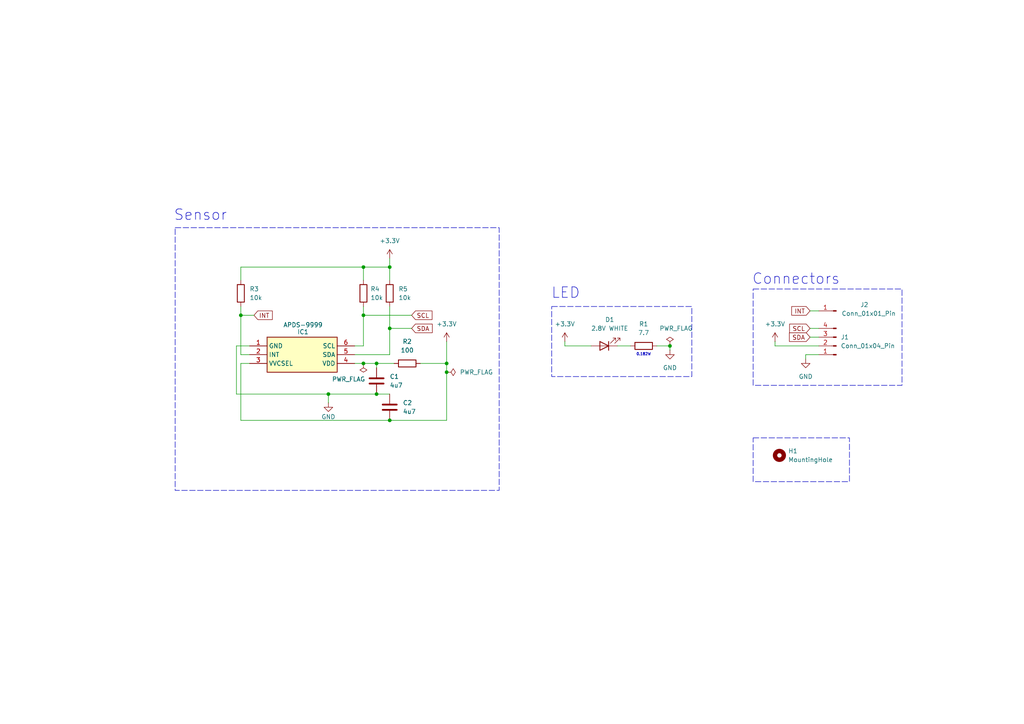
<source format=kicad_sch>
(kicad_sch (version 20231120) (generator "eeschema") (generator_version "8.0")
  (paper "A4")
  (title_block (title "RGBPS Breakout") (date "2024-07-05") (rev "1"))
  (lib_symbols
    (symbol "APDS-9999:APDS-9999"
      (property "Reference" "IC" (at 26.67 7.62 0))
      (property "Value" "APDS-9999" (at 26.67 5.08 0))
      (symbol "APDS-9999_1_1"
        (rectangle (start 5.08 2.54) (end 25.4 -7.62) (stroke (width 0.254)) (fill (type background)))
        (pin passive line (at 30.48 0 180) (length 5.08) (name "GND") (number "1"))
        (pin passive line (at 30.48 -2.54 180) (length 5.08) (name "INT") (number "2"))
        (pin passive line (at 30.48 -5.08 180) (length 5.08) (name "VVCSEL") (number "3"))
        (pin passive line (at 0 -5.08 0) (length 5.08) (name "VDD") (number "4"))
        (pin passive line (at 0 -2.54 0) (length 5.08) (name "SDA") (number "5"))
        (pin passive line (at 0 0 0) (length 5.08) (name "SCL") (number "6"))
      )
    )
    (symbol "Connector:Conn_01x01_Pin" (pin_names (offset 1.016) hide)
      (property "Reference" "J" (at 0 2.54 0))
      (property "Value" "Conn_01x01_Pin" (at 0 -2.54 0))
      (symbol "Conn_01x01_Pin_1_1"
        (polyline (pts (xy 1.27 0) (xy 0.8636 0)) (stroke (width 0.1524)))
        (rectangle (start 0.8636 0.127) (end 0 -0.127) (stroke (width 0.1524)) (fill (type outline)))
        (pin passive line (at 5.08 0 180) (length 3.81) (name "Pin_1") (number "1"))
      )
    )
    (symbol "Connector:Conn_01x04_Pin" (pin_names (offset 1.016) hide)
      (property "Reference" "J" (at 0 5.08 0))
      (property "Value" "Conn_01x04_Pin" (at 0 -7.62 0))
      (symbol "Conn_01x04_Pin_1_1"
        (polyline (pts (xy 1.27 -5.08) (xy 0.8636 -5.08)) (stroke (width 0.1524)))
        (polyline (pts (xy 1.27 -2.54) (xy 0.8636 -2.54)) (stroke (width 0.1524)))
        (polyline (pts (xy 1.27 0) (xy 0.8636 0)) (stroke (width 0.1524)))
        (polyline (pts (xy 1.27 2.54) (xy 0.8636 2.54)) (stroke (width 0.1524)))
        (rectangle (start 0.8636 -4.953) (end 0 -5.207) (stroke (width 0.1524)) (fill (type outline)))
        (rectangle (start 0.8636 -2.413) (end 0 -2.667) (stroke (width 0.1524)) (fill (type outline)))
        (rectangle (start 0.8636 0.127) (end 0 -0.127) (stroke (width 0.1524)) (fill (type outline)))
        (rectangle (start 0.8636 2.667) (end 0 2.413) (stroke (width 0.1524)) (fill (type outline)))
        (pin passive line (at 5.08 2.54 180) (length 3.81) (name "Pin_1") (number "1"))
        (pin passive line (at 5.08 0 180) (length 3.81) (name "Pin_2") (number "2"))
        (pin passive line (at 5.08 -2.54 180) (length 3.81) (name "Pin_3") (number "3"))
        (pin passive line (at 5.08 -5.08 180) (length 3.81) (name "Pin_4") (number "4"))
      )
    )
    (symbol "Device:C" (pin_numbers hide) (pin_names (offset 0.254))
      (property "Reference" "C" (at 0.635 2.54 0))
      (property "Value" "C" (at 0.635 -2.54 0))
      (symbol "C_0_1"
        (polyline (pts (xy -2.032 -0.762) (xy 2.032 -0.762)) (stroke (width 0.508)))
        (polyline (pts (xy -2.032 0.762) (xy 2.032 0.762)) (stroke (width 0.508)))
      )
      (symbol "C_1_1"
        (pin passive line (at 0 3.81 270) (length 2.794) (name "~") (number "1"))
        (pin passive line (at 0 -3.81 90) (length 2.794) (name "~") (number "2"))
      )
    )
    (symbol "Device:LED" (pin_numbers hide) (pin_names (offset 1.016) hide)
      (property "Reference" "D" (at 0 2.54 0))
      (property "Value" "LED" (at 0 -2.54 0))
      (symbol "LED_0_1"
        (polyline (pts (xy -1.27 -1.27) (xy -1.27 1.27)) (stroke (width 0.254)))
        (polyline (pts (xy -1.27 0) (xy 1.27 0)))
        (polyline (pts (xy 1.27 -1.27) (xy 1.27 1.27) (xy -1.27 0) (xy 1.27 -1.27)) (stroke (width 0.254)))
        (polyline (pts (xy -3.048 -0.762) (xy -4.572 -2.286) (xy -3.81 -2.286) (xy -4.572 -2.286) (xy -4.572 -1.524)))
        (polyline (pts (xy -1.778 -0.762) (xy -3.302 -2.286) (xy -2.54 -2.286) (xy -3.302 -2.286) (xy -3.302 -1.524)))
      )
      (symbol "LED_1_1"
        (pin passive line (at -3.81 0 0) (length 2.54) (name "K") (number "1"))
        (pin passive line (at 3.81 0 180) (length 2.54) (name "A") (number "2"))
      )
    )
    (symbol "Device:R" (pin_numbers hide) (pin_names (offset 0))
      (property "Reference" "R" (at 2.032 0 90))
      (property "Value" "R" (at 0 0 90))
      (symbol "R_0_1"
        (rectangle (start -1.016 -2.54) (end 1.016 2.54) (stroke (width 0.254)))
      )
      (symbol "R_1_1"
        (pin passive line (at 0 3.81 270) (length 1.27) (name "~") (number "1"))
        (pin passive line (at 0 -3.81 90) (length 1.27) (name "~") (number "2"))
      )
    )
    (symbol "Mechanical:MountingHole" (pin_names (offset 1.016)) (exclude_from_sim yes) (in_bom no)
      (property "Reference" "H" (at 0 5.08 0))
      (property "Value" "MountingHole" (at 0 3.175 0))
      (symbol "MountingHole_0_1"
        (circle (center 0 0) (radius 1.27) (stroke (width 1.27)))
      )
    )
    (symbol "power:+3.3V" (power) (pin_numbers hide) (pin_names (offset 0) hide)
      (property "Value" "+3.3V" (at 0 3.556 0))
      (symbol "+3.3V_0_1"
        (polyline (pts (xy -0.762 1.27) (xy 0 2.54)))
        (polyline (pts (xy 0 0) (xy 0 2.54)))
        (polyline (pts (xy 0 2.54) (xy 0.762 1.27)))
      )
      (symbol "+3.3V_1_1"
        (pin power_in line (at 0 0 90) (length 0) (name "~") (number "1"))
      )
    )
    (symbol "power:GND" (power) (pin_numbers hide) (pin_names (offset 0) hide)
      (property "Value" "GND" (at 0 -3.81 0))
      (symbol "GND_0_1"
        (polyline (pts (xy 0 0) (xy 0 -1.27) (xy 1.27 -1.27) (xy 0 -2.54) (xy -1.27 -1.27) (xy 0 -1.27)))
      )
      (symbol "GND_1_1"
        (pin power_in line (at 0 0 270) (length 0) (name "~") (number "1"))
      )
    )
    (symbol "power:PWR_FLAG" (power) (pin_numbers hide) (pin_names (offset 0) hide)
      (property "Value" "PWR_FLAG" (at 0 3.81 0))
      (symbol "PWR_FLAG_0_0"
        (pin power_out line (at 0 0 90) (length 0) (name "~") (number "1"))
      )
      (symbol "PWR_FLAG_0_1"
        (polyline (pts (xy 0 0) (xy 0 1.27) (xy -1.016 1.905) (xy 0 2.54) (xy 1.016 1.905) (xy 0 1.27)))
      )
    )
  )
  (junction (at 69.85 91.44))
  (junction (at 109.22 105.41))
  (junction (at 95.25 114.3))
  (junction (at 194.31 100.33))
  (junction (at 113.03 121.92))
  (junction (at 105.41 91.44))
  (junction (at 105.41 105.41))
  (junction (at 129.54 105.41))
  (junction (at 113.03 77.47))
  (junction (at 105.41 77.47))
  (junction (at 113.03 95.25))
  (junction (at 109.22 114.3))
  (junction (at 129.54 107.95))
  (wire (pts (xy 234.95 95.25) (xy 237.49 95.25)))
  (wire (pts (xy 113.03 95.25) (xy 119.38 95.25)))
  (wire (pts (xy 109.22 105.41) (xy 109.22 106.68)))
  (wire (pts (xy 194.31 100.33) (xy 194.31 101.6)))
  (wire (pts (xy 179.07 100.33) (xy 182.88 100.33)))
  (wire (pts (xy 105.41 105.41) (xy 109.22 105.41)))
  (wire (pts (xy 233.68 104.14) (xy 233.68 102.87)))
  (wire (pts (xy 234.95 97.79) (xy 237.49 97.79)))
  (wire (pts (xy 105.41 100.33) (xy 105.41 91.44)))
  (wire (pts (xy 224.79 100.33) (xy 237.49 100.33)))
  (wire (pts (xy 129.54 107.95) (xy 129.54 105.41)))
  (wire (pts (xy 69.85 77.47) (xy 105.41 77.47)))
  (wire (pts (xy 95.25 114.3) (xy 109.22 114.3)))
  (wire (pts (xy 69.85 77.47) (xy 69.85 81.28)))
  (wire (pts (xy 69.85 91.44) (xy 69.85 102.87)))
  (wire (pts (xy 129.54 121.92) (xy 129.54 107.95)))
  (wire (pts (xy 69.85 105.41) (xy 69.85 121.92)))
  (wire (pts (xy 68.58 100.33) (xy 68.58 114.3)))
  (wire (pts (xy 163.83 100.33) (xy 163.83 99.06)))
  (wire (pts (xy 113.03 102.87) (xy 113.03 95.25)))
  (wire (pts (xy 102.87 100.33) (xy 105.41 100.33)))
  (wire (pts (xy 234.95 90.17) (xy 237.49 90.17)))
  (wire (pts (xy 68.58 114.3) (xy 95.25 114.3)))
  (wire (pts (xy 69.85 91.44) (xy 73.66 91.44)))
  (wire (pts (xy 224.79 100.33) (xy 224.79 99.06)))
  (wire (pts (xy 105.41 91.44) (xy 105.41 88.9)))
  (wire (pts (xy 72.39 100.33) (xy 68.58 100.33)))
  (wire (pts (xy 109.22 105.41) (xy 114.3 105.41)))
  (wire (pts (xy 113.03 77.47) (xy 113.03 74.93)))
  (wire (pts (xy 69.85 121.92) (xy 113.03 121.92)))
  (wire (pts (xy 113.03 121.92) (xy 129.54 121.92)))
  (wire (pts (xy 95.25 114.3) (xy 95.25 116.84)))
  (wire (pts (xy 72.39 105.41) (xy 69.85 105.41)))
  (wire (pts (xy 69.85 88.9) (xy 69.85 91.44)))
  (wire (pts (xy 105.41 77.47) (xy 105.41 81.28)))
  (wire (pts (xy 113.03 77.47) (xy 113.03 81.28)))
  (wire (pts (xy 113.03 95.25) (xy 113.03 88.9)))
  (wire (pts (xy 194.31 100.33) (xy 190.5 100.33)))
  (wire (pts (xy 102.87 105.41) (xy 105.41 105.41)))
  (wire (pts (xy 129.54 105.41) (xy 129.54 99.06)))
  (wire (pts (xy 233.68 102.87) (xy 237.49 102.87)))
  (wire (pts (xy 105.41 91.44) (xy 119.38 91.44)))
  (wire (pts (xy 105.41 77.47) (xy 113.03 77.47)))
  (wire (pts (xy 109.22 114.3) (xy 113.03 114.3)))
  (wire (pts (xy 121.92 105.41) (xy 129.54 105.41)))
  (wire (pts (xy 102.87 102.87) (xy 113.03 102.87)))
  (wire (pts (xy 69.85 102.87) (xy 72.39 102.87)))
  (wire (pts (xy 163.83 100.33) (xy 171.45 100.33)))
  (rectangle (start 218.44 127) (end 246.38 139.7) (stroke (width 0) (type dash)))
  (rectangle (start 160.02 88.9) (end 200.66 109.22) (stroke (width 0) (type dash)))
  (rectangle (start 50.8 66.04) (end 144.78 142.24) (stroke (width 0) (type dash)))
  (rectangle (start 218.44 83.82) (end 261.62 111.76) (stroke (width 0) (type dash)))
  (text "Sensor\n" (at 58.166 62.484 0) (effects (font (size 3.048 3.048))))
  (text "0.182W" (at 186.69 102.87 0) (effects (font (size 0.762 0.762))))
  (text "Connectors" (at 230.886 81.026 0) (effects (font (size 3.048 3.048))))
  (text "LED" (at 164.084 85.09 0) (effects (font (size 3.048 3.048))))
  (global_label "SDA" (shape input) (at 119.38 95.25 0) (property "Intersheetrefs" "${INTERSHEET_REFS}" (effects (hide yes))))
  (global_label "INT" (shape input) (at 234.95 90.17 180) (property "Intersheetrefs" "${INTERSHEET_REFS}" (effects (hide yes))))
  (global_label "SCL" (shape input) (at 234.95 95.25 180) (property "Intersheetrefs" "${INTERSHEET_REFS}" (effects (hide yes))))
  (global_label "SCL" (shape input) (at 119.38 91.44 0) (property "Intersheetrefs" "${INTERSHEET_REFS}" (effects (hide yes))))
  (global_label "INT" (shape input) (at 73.66 91.44 0) (property "Intersheetrefs" "${INTERSHEET_REFS}" (effects (hide yes))))
  (global_label "SDA" (shape input) (at 234.95 97.79 180) (property "Intersheetrefs" "${INTERSHEET_REFS}" (effects (hide yes))))
  (symbol (lib_id "Device:R") (at 186.69 100.33 90) (unit 1)
    (property "Reference" "R1" (at 186.69 93.98 90))
    (property "Value" "7.7" (at 186.69 96.52 90))
    (property "Footprint" "Resistor_SMD:R_0402_1005Metric" (effects (hide yes)))
    (property "Description" "Resistor" (effects (hide yes)))
  )
  (symbol (lib_id "power:GND") (at 194.31 101.6 0) (unit 1)
    (property "Reference" "#PWR03" (effects (hide yes)))
    (property "Value" "GND" (at 194.31 106.68 0))
    (property "Description" "Power symbol creates a global label with name \"GND\" , ground" (effects (hide yes)))
  )
  (symbol (lib_id "Mechanical:MountingHole") (at 226.06 132.08 0) (unit 1) (exclude_from_sim yes) (in_bom no)
    (property "Reference" "H1" (at 228.6 130.8099 0) (effects (justify left)))
    (property "Value" "MountingHole" (at 228.6 133.3499 0) (effects (justify left)))
    (property "Footprint" "MountingHole:MountingHole_2.5mm" (effects (hide yes)))
    (property "Description" "Mounting Hole without connection" (effects (hide yes)))
  )
  (symbol (lib_id "Device:LED") (at 175.26 100.33 180) (unit 1)
    (property "Reference" "D1" (at 176.8475 92.71 0))
    (property "Value" "2.8V WHITE" (at 176.8475 95.25 0))
    (property "Footprint" "LED_SMD:LED_1206_3216Metric" (effects (hide yes)))
    (property "Description" "Light emitting diode" (effects (hide yes)))
  )
  (symbol (lib_id "power:GND") (at 95.25 116.84 0) (unit 1)
    (property "Reference" "#PWR05" (effects (hide yes)))
    (property "Value" "GND" (at 95.25 120.904 0))
    (property "Description" "Power symbol creates a global label with name \"GND\" , ground" (effects (hide yes)))
  )
  (symbol (lib_id "Device:R") (at 113.03 85.09 180) (unit 1)
    (property "Reference" "R5" (at 115.57 83.8199 0) (effects (justify right)))
    (property "Value" "10k" (at 115.57 86.3599 0) (effects (justify right)))
    (property "Footprint" "Resistor_SMD:R_0402_1005Metric" (effects (hide yes)))
    (property "Description" "Resistor" (effects (hide yes)))
  )
  (symbol (lib_id "power:+3.3V") (at 163.83 99.06 0) (unit 1)
    (property "Reference" "#PWR04" (effects (hide yes)))
    (property "Value" "+3.3V" (at 163.83 93.98 0))
    (property "Description" "Power symbol creates a global label with name \"+3.3V\"" (effects (hide yes)))
  )
  (symbol (lib_id "Device:R") (at 118.11 105.41 90) (unit 1)
    (property "Reference" "R2" (at 118.11 99.06 90))
    (property "Value" "100" (at 118.11 101.6 90))
    (property "Footprint" "Resistor_SMD:R_0402_1005Metric" (effects (hide yes)))
    (property "Description" "Resistor" (effects (hide yes)))
  )
  (symbol (lib_id "Connector:Conn_01x01_Pin") (at 242.57 90.17 180) (unit 1)
    (property "Reference" "J2" (at 250.698 88.392 0))
    (property "Value" "Conn_01x01_Pin" (at 251.968 90.932 0))
    (property "Footprint" "Connector_PinHeader_2.54mm:PinHeader_1x01_P2.54mm_Vertical" (effects (hide yes)))
    (property "Description" "Generic connector, single row, 01x01, script generated" (effects (hide yes)))
  )
  (symbol (lib_id "power:PWR_FLAG") (at 129.54 107.95 270) (unit 1)
    (property "Reference" "#FLG01" (effects (hide yes)))
    (property "Value" "PWR_FLAG" (at 133.35 107.9499 90) (effects (justify left)))
    (property "Description" "Special symbol for telling ERC where power comes from" (effects (hide yes)))
  )
  (symbol (lib_id "Device:C") (at 109.22 110.49 0) (unit 1)
    (property "Reference" "C1" (at 113.03 109.2199 0) (effects (justify left)))
    (property "Value" "4u7" (at 113.03 111.7599 0) (effects (justify left)))
    (property "Footprint" "Capacitor_SMD:C_0402_1005Metric" (effects (hide yes)))
    (property "Description" "Unpolarized capacitor" (effects (hide yes)))
  )
  (symbol (lib_id "APDS-9999:APDS-9999") (at 102.87 100.33 0) (mirror y) (unit 1)
    (property "Reference" "IC1" (at 87.884 96.266 0))
    (property "Value" "APDS-9999" (at 87.884 94.234 0))
    (property "Footprint" "APDS-9999:APDS9999" (effects (hide yes)))
    (property "Datasheet" "https://docs.broadcom.com/doc/APDS-9999-DS" (effects (hide yes)))
    (property "Description" "Optical Sensor Ambient 470nm, 550nm, 610nm I2C 6-SMD Module" (effects (hide yes)))
    (property "Height" "0.8" (effects (hide yes)))
    (property "Mouser Part Number" "630-APDS-9999" (effects (hide yes)))
    (property "Mouser Price/Stock" "https://www.mouser.co.uk/ProductDetail/Broadcom-Avago/APDS-9999?qs=Cb2nCFKsA8qjJaAGveOY%252Bg%3D%3D" (effects (hide yes)))
    (property "Manufacturer_Name" "Avago Technologies" (effects (hide yes)))
    (property "Manufacturer_Part_Number" "APDS-9999" (effects (hide yes)))
  )
  (symbol (lib_id "Device:C") (at 113.03 118.11 0) (unit 1)
    (property "Reference" "C2" (at 116.84 116.8399 0) (effects (justify left)))
    (property "Value" "4u7" (at 116.84 119.3799 0) (effects (justify left)))
    (property "Footprint" "Capacitor_SMD:C_0402_1005Metric" (effects (hide yes)))
    (property "Description" "Unpolarized capacitor" (effects (hide yes)))
  )
  (symbol (lib_id "power:GND") (at 233.68 104.14 0) (unit 1)
    (property "Reference" "#PWR01" (effects (hide yes)))
    (property "Value" "GND" (at 233.68 109.22 0))
    (property "Description" "Power symbol creates a global label with name \"GND\" , ground" (effects (hide yes)))
  )
  (symbol (lib_id "Device:R") (at 105.41 85.09 180) (unit 1)
    (property "Reference" "R4" (at 107.442 83.82 0) (effects (justify right)))
    (property "Value" "10k" (at 107.442 86.36 0) (effects (justify right)))
    (property "Footprint" "Resistor_SMD:R_0402_1005Metric" (effects (hide yes)))
    (property "Description" "Resistor" (effects (hide yes)))
  )
  (symbol (lib_id "Device:R") (at 69.85 85.09 180) (unit 1)
    (property "Reference" "R3" (at 72.39 83.8199 0) (effects (justify right)))
    (property "Value" "10k" (at 72.39 86.3599 0) (effects (justify right)))
    (property "Footprint" "Resistor_SMD:R_0402_1005Metric" (effects (hide yes)))
    (property "Description" "Resistor" (effects (hide yes)))
  )
  (symbol (lib_id "power:+3.3V") (at 224.79 99.06 0) (unit 1)
    (property "Reference" "#PWR02" (effects (hide yes)))
    (property "Value" "+3.3V" (at 224.79 93.98 0))
    (property "Description" "Power symbol creates a global label with name \"+3.3V\"" (effects (hide yes)))
  )
  (symbol (lib_id "Connector:Conn_01x04_Pin") (at 242.57 100.33 180) (unit 1)
    (property "Reference" "J1" (at 243.84 97.7899 0) (effects (justify right)))
    (property "Value" "Conn_01x04_Pin" (at 243.84 100.3299 0) (effects (justify right)))
    (property "Footprint" "Connector_JST:JST_PH_S4B-PH-K_1x04_P2.00mm_Horizontal" (effects (hide yes)))
    (property "Description" "Generic connector, single row, 01x04, script generated" (effects (hide yes)))
  )
  (symbol (lib_id "power:PWR_FLAG") (at 194.31 100.33 0) (unit 1)
    (property "Reference" "#FLG03" (effects (hide yes)))
    (property "Value" "PWR_FLAG" (at 196.088 95.25 0))
    (property "Description" "Special symbol for telling ERC where power comes from" (effects (hide yes)))
  )
  (symbol (lib_id "power:+3.3V") (at 113.03 74.93 0) (unit 1)
    (property "Reference" "#PWR09" (effects (hide yes)))
    (property "Value" "+3.3V" (at 113.03 69.85 0))
    (property "Description" "Power symbol creates a global label with name \"+3.3V\"" (effects (hide yes)))
  )
  (symbol (lib_id "power:+3.3V") (at 129.54 99.06 0) (unit 1)
    (property "Reference" "#PWR06" (effects (hide yes)))
    (property "Value" "+3.3V" (at 129.54 93.98 0))
    (property "Description" "Power symbol creates a global label with name \"+3.3V\"" (effects (hide yes)))
  )
  (symbol (lib_id "power:PWR_FLAG") (at 105.41 105.41 180) (unit 1)
    (property "Reference" "#FLG02" (effects (hide yes)))
    (property "Value" "PWR_FLAG" (at 101.092 109.982 0))
    (property "Description" "Special symbol for telling ERC where power comes from" (effects (hide yes)))
  )
)
</source>
